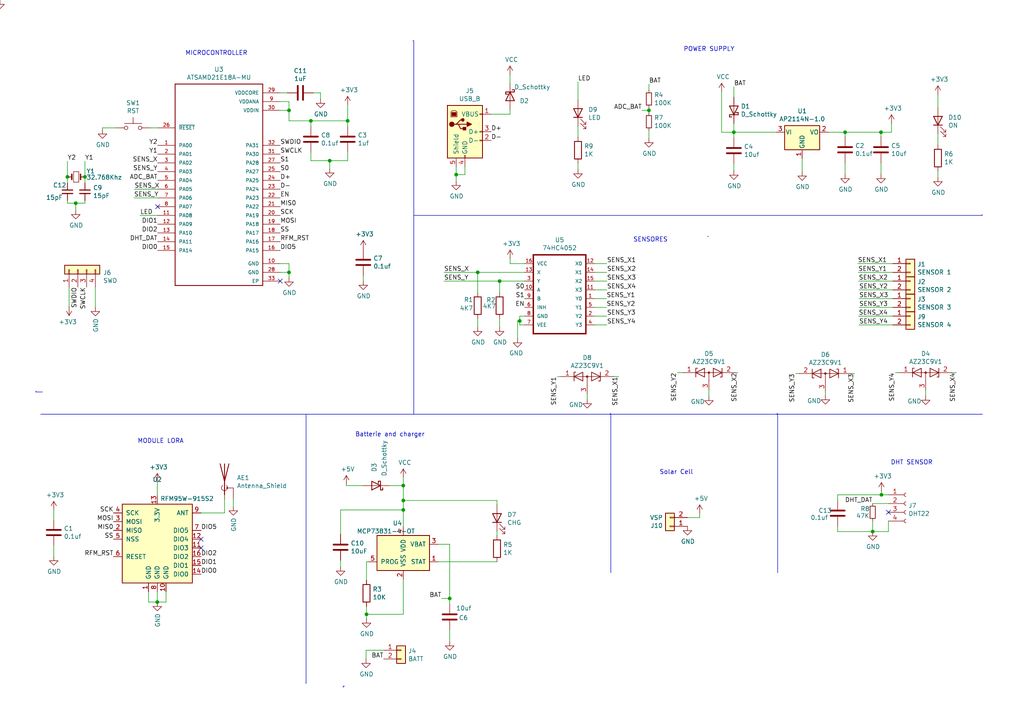
<source format=kicad_sch>
(kicad_sch (version 20230121) (generator eeschema)
  (paper "A4")
  (title_block (title "CatWAN") (date "2020-06-15") (rev "1.0") (company "Electronic Cats") (comment 1 "Montserrat Figueroa") (comment 2 "Andres Sabas"))
  (lib_symbols
    (symbol "Catwan_Farmer-rescue:+3.3V-power" (power) (pin_names (offset 0))
      (property "Value" "+3.3V-power" (at 0 3.556 0))
      (symbol "+3.3V-power_1_1"
        (pin power_in line (at 0 0 90) (length 0) hide (name "+3V3") (number "1"))
      )
    )
    (symbol "Catwan_Farmer-rescue:74HC4052-Electronic_Cats-Catwan_Farmer-rescue-Catwan_Farmer-rescue-Catwan_Farmer-rescue-Catwan_Farmer-rescue-Catwan_Farmer-rescue" (pin_names (offset 1.016))
      (property "Reference" "U" (at -7.62 10.795 0))
      (property "Value" "Catwan_Farmer-rescue_74HC4052-Electronic_Cats-Catwan_Farmer-rescue-Catwan_Farmer-rescue-Catwan_Farmer-rescue-Catwan_Farmer-rescue" (at -7.62 -15.2654 0))
      (symbol "74HC4052-Electronic_Cats-Catwan_Farmer-rescue-Catwan_Farmer-rescue-Catwan_Farmer-rescue-Catwan_Farmer-rescue-Catwan_Farmer-rescue_0_0"
        (pin bidirectional line (at 10.16 -2.54 180) (length 2.54) (name "Y0") (number "1"))
        (pin input line (at -10.16 0 0) (length 2.54) (name "A") (number "10"))
        (pin bidirectional line (at 10.16 0 180) (length 2.54) (name "X3") (number "11"))
        (pin bidirectional line (at 10.16 7.62 180) (length 2.54) (name "X0") (number "12"))
        (pin bidirectional line (at -10.16 5.08 0) (length 2.54) (name "X") (number "13"))
        (pin bidirectional line (at 10.16 5.08 180) (length 2.54) (name "X1") (number "14"))
        (pin bidirectional line (at 10.16 2.54 180) (length 2.54) (name "X2") (number "15"))
        (pin power_in line (at -10.16 7.62 0) (length 2.54) (name "VCC") (number "16"))
        (pin bidirectional line (at 10.16 -7.62 180) (length 2.54) (name "Y2") (number "2"))
        (pin bidirectional line (at -10.16 2.54 0) (length 2.54) (name "Y") (number "3"))
        (pin bidirectional line (at 10.16 -10.16 180) (length 2.54) (name "Y3") (number "4"))
        (pin bidirectional line (at 10.16 -5.08 180) (length 2.54) (name "Y1") (number "5"))
        (pin input line (at -10.16 -5.08 0) (length 2.54) (name "INH") (number "6"))
        (pin power_in line (at -10.16 -10.16 0) (length 2.54) (name "VEE") (number "7"))
        (pin power_in line (at -10.16 -7.62 0) (length 2.54) (name "GND") (number "8"))
        (pin input line (at -10.16 -2.54 0) (length 2.54) (name "B") (number "9"))
      )
    )
    (symbol "Catwan_Farmer-rescue:ATSAMD21E18A-MU-Electronic_Cats-Catwan_Farmer-rescue-Catwan_Farmer-rescue-Catwan_Farmer-rescue-Catwan_Farmer-rescue-Catwan_Farmer-rescue" (pin_names (offset 1.016))
      (property "Reference" "U" (at -12.7 31.7754 0))
      (property "Value" "Catwan_Farmer-rescue_ATSAMD21E18A-MU-Electronic_Cats-Catwan_Farmer-rescue-Catwan_Farmer-rescue-Catwan_Farmer-rescue-Catwan_Farmer-rescue" (at -12.7254 -30.5308 0))
      (symbol "ATSAMD21E18A-MU-Electronic_Cats-Catwan_Farmer-rescue-Catwan_Farmer-rescue-Catwan_Farmer-rescue-Catwan_Farmer-rescue-Catwan_Farmer-rescue_0_0"
        (pin bidirectional line (at -17.78 12.7 0) (length 5.08) (name "PA00") (number "1"))
        (pin power_in line (at 17.78 -21.59 180) (length 5.08) (name "GND") (number "10"))
        (pin bidirectional line (at -17.78 -7.62 0) (length 5.08) (name "PA08") (number "11"))
        (pin bidirectional line (at -17.78 -10.16 0) (length 5.08) (name "PA09") (number "12"))
        (pin bidirectional line (at -17.78 -12.7 0) (length 5.08) (name "PA10") (number "13"))
        (pin bidirectional line (at -17.78 -15.24 0) (length 5.08) (name "PA11") (number "14"))
        (pin bidirectional line (at -17.78 -17.78 0) (length 5.08) (name "PA14") (number "15"))
        (pin bidirectional line (at 17.78 -17.78 180) (length 5.08) (name "PA15") (number "16"))
        (pin bidirectional line (at 17.78 -15.24 180) (length 5.08) (name "PA16") (number "17"))
        (pin bidirectional line (at 17.78 -12.7 180) (length 5.08) (name "PA17") (number "18"))
        (pin bidirectional line (at 17.78 -10.16 180) (length 5.08) (name "PA18") (number "19"))
        (pin bidirectional line (at -17.78 10.16 0) (length 5.08) (name "PA01") (number "2"))
        (pin bidirectional line (at 17.78 -7.62 180) (length 5.08) (name "PA19") (number "20"))
        (pin bidirectional line (at 17.78 -5.08 180) (length 5.08) (name "PA22") (number "21"))
        (pin bidirectional line (at 17.78 -2.54 180) (length 5.08) (name "PA23") (number "22"))
        (pin bidirectional line (at 17.78 0 180) (length 5.08) (name "PA24") (number "23"))
        (pin bidirectional line (at 17.78 2.54 180) (length 5.08) (name "PA25") (number "24"))
        (pin bidirectional line (at 17.78 5.08 180) (length 5.08) (name "PA27") (number "25"))
        (pin input line (at -17.78 17.78 0) (length 5.08) (name "~{RESET}") (number "26"))
        (pin bidirectional line (at 17.78 7.62 180) (length 5.08) (name "PA28") (number "27"))
        (pin power_in line (at 17.78 -24.13 180) (length 5.08) (name "GND") (number "28"))
        (pin power_in line (at 17.78 27.94 180) (length 5.08) (name "VDDCORE") (number "29"))
        (pin bidirectional line (at -17.78 7.62 0) (length 5.08) (name "PA02") (number "3"))
        (pin power_in line (at 17.78 22.86 180) (length 5.08) (name "VDDIN") (number "30"))
        (pin bidirectional line (at 17.78 10.16 180) (length 5.08) (name "PA30") (number "31"))
        (pin bidirectional line (at 17.78 12.7 180) (length 5.08) (name "PA31") (number "32"))
        (pin power_in line (at 17.78 -26.67 180) (length 5.08) (name "EP") (number "33"))
        (pin bidirectional line (at -17.78 5.08 0) (length 5.08) (name "PA03") (number "4"))
        (pin bidirectional line (at -17.78 2.54 0) (length 5.08) (name "PA04") (number "5"))
        (pin bidirectional line (at -17.78 0 0) (length 5.08) (name "PA05") (number "6"))
        (pin bidirectional line (at -17.78 -2.54 0) (length 5.08) (name "PA06") (number "7"))
        (pin bidirectional line (at -17.78 -5.08 0) (length 5.08) (name "PA07") (number "8"))
        (pin power_in line (at 17.78 25.4 180) (length 5.08) (name "VDDANA") (number "9"))
      )
    )
    (symbol "Catwan_Farmer-rescue:Conn_01x04_Female-Connector" (pin_names (offset 1.016) hide)
      (property "Reference" "J" (at 0 5.08 0))
      (property "Value" "Connector_Conn_01x04_Female" (at 0 -7.62 0))
      (symbol "Conn_01x04_Female-Connector_1_1"
        (pin passive line (at -5.08 2.54 0) (length 3.81) (name "Pin_1") (number "1"))
        (pin passive line (at -5.08 0 0) (length 3.81) (name "Pin_2") (number "2"))
        (pin passive line (at -5.08 -2.54 0) (length 3.81) (name "Pin_3") (number "3"))
        (pin passive line (at -5.08 -5.08 0) (length 3.81) (name "Pin_4") (number "4"))
      )
    )
    (symbol "Catwan_Farmer-rescue:D_Zener_x2_ACom_KKA-Device" (pin_names (offset 0.762) hide)
      (property "Reference" "D" (at 1.27 -2.54 0))
      (property "Value" "Device_D_Zener_x2_ACom_KKA" (at 0 2.54 0))
      (symbol "D_Zener_x2_ACom_KKA-Device_0_1"
        (pin passive line (at -7.62 0 0) (length 3.81) (name "K") (number "1"))
        (pin passive line (at 7.62 0 180) (length 3.81) (name "K") (number "2"))
        (pin passive line (at 0 -5.08 90) (length 2.54) (name "A") (number "3"))
      )
    )
    (symbol "Catwan_Farmer-rescue:MCP73831-4-OT-Battery_Management" (pin_names (offset 1.016))
      (property "Reference" "U" (at -7.62 6.35 0))
      (property "Value" "Battery_Management_MCP73831-4-OT" (at 1.27 6.35 0))
      (symbol "MCP73831-4-OT-Battery_Management_1_1"
        (pin output line (at 10.16 -2.54 180) (length 2.54) (name "STAT") (number "1"))
        (pin power_in line (at 0 -7.62 90) (length 2.54) (name "VSS") (number "2"))
        (pin power_out line (at 10.16 2.54 180) (length 2.54) (name "VBAT") (number "3"))
        (pin power_in line (at 0 7.62 270) (length 2.54) (name "VDD") (number "4"))
        (pin input line (at -10.16 -2.54 0) (length 2.54) (name "PROG") (number "5"))
      )
    )
    (symbol "Catwan_Farmer-rescue:USB_B-Connector" (pin_names (offset 1.016))
      (property "Reference" "J" (at -5.08 11.43 0))
      (property "Value" "Connector_USB_B" (at -5.08 8.89 0))
      (symbol "USB_B-Connector_1_1"
        (pin power_out line (at 7.62 5.08 180) (length 2.54) (name "VBUS") (number "1"))
        (pin passive line (at 7.62 -2.54 180) (length 2.54) (name "D-") (number "2"))
        (pin passive line (at 7.62 0 180) (length 2.54) (name "D+") (number "3"))
        (pin power_out line (at 0 -10.16 90) (length 2.54) (name "GND") (number "4"))
        (pin passive line (at -2.54 -10.16 90) (length 2.54) (name "Shield") (number "5"))
      )
    )
    (symbol "Connector_Generic:Conn_01x02" (pin_names (offset 1.016) hide)
      (property "Reference" "J" (at 0 2.54 0))
      (property "Value" "Conn_01x02" (at 0 -5.08 0))
      (symbol "Conn_01x02_1_1"
        (pin passive line (at -5.08 0 0) (length 3.81) (name "Pin_1") (number "1"))
        (pin passive line (at -5.08 -2.54 0) (length 3.81) (name "Pin_2") (number "2"))
      )
    )
    (symbol "Connector_Generic:Conn_01x04" (pin_names (offset 1.016) hide)
      (property "Reference" "J" (at 0 5.08 0))
      (property "Value" "Conn_01x04" (at 0 -7.62 0))
      (symbol "Conn_01x04_1_1"
        (pin passive line (at -5.08 2.54 0) (length 3.81) (name "Pin_1") (number "1"))
        (pin passive line (at -5.08 0 0) (length 3.81) (name "Pin_2") (number "2"))
        (pin passive line (at -5.08 -2.54 0) (length 3.81) (name "Pin_3") (number "3"))
        (pin passive line (at -5.08 -5.08 0) (length 3.81) (name "Pin_4") (number "4"))
      )
    )
    (symbol "Device:Antenna_Shield" (pin_numbers hide) (pin_names (offset 1.016) hide)
      (property "Reference" "AE" (at -1.905 4.445 0))
      (property "Value" "Antenna_Shield" (at -1.905 2.54 0))
      (symbol "Antenna_Shield_1_1"
        (pin input line (at 0 -5.08 90) (length 2.54) (name "A") (number "1"))
        (pin input line (at 2.54 -5.08 90) (length 2.54) (name "Shield") (number "2"))
      )
    )
    (symbol "Device:C" (pin_numbers hide) (pin_names (offset 0.254))
      (property "Reference" "C" (at 0.635 2.54 0))
      (property "Value" "C" (at 0.635 -2.54 0))
      (symbol "C_1_1"
        (pin passive line (at 0 3.81 270) (length 2.794) (name "~") (number "1"))
        (pin passive line (at 0 -3.81 90) (length 2.794) (name "~") (number "2"))
      )
    )
    (symbol "Device:C_Small" (pin_numbers hide) (pin_names (offset 0.254) hide)
      (property "Reference" "C" (at 0.254 1.778 0))
      (property "Value" "C_Small" (at 0.254 -2.032 0))
      (symbol "C_Small_1_1"
        (pin passive line (at 0 2.54 270) (length 2.032) (name "~") (number "1"))
        (pin passive line (at 0 -2.54 90) (length 2.032) (name "~") (number "2"))
      )
    )
    (symbol "Device:Crystal_Small" (pin_numbers hide) (pin_names (offset 1.016) hide)
      (property "Reference" "Y" (at 0 2.54 0))
      (property "Value" "Crystal_Small" (at 0 -2.54 0))
      (symbol "Crystal_Small_1_1"
        (pin passive line (at -2.54 0 0) (length 1.27) (name "1") (number "1"))
        (pin passive line (at 2.54 0 180) (length 1.27) (name "2") (number "2"))
      )
    )
    (symbol "Device:D_Schottky" (pin_numbers hide) (pin_names (offset 1.016) hide)
      (property "Reference" "D" (at 0 2.54 0))
      (property "Value" "D_Schottky" (at 0 -2.54 0))
      (symbol "D_Schottky_1_1"
        (pin passive line (at -3.81 0 0) (length 2.54) (name "K") (number "1"))
        (pin passive line (at 3.81 0 180) (length 2.54) (name "A") (number "2"))
      )
    )
    (symbol "Device:LED" (pin_numbers hide) (pin_names (offset 1.016) hide)
      (property "Reference" "D" (at 0 2.54 0))
      (property "Value" "LED" (at 0 -2.54 0))
      (symbol "LED_1_1"
        (pin passive line (at -3.81 0 0) (length 2.54) (name "K") (number "1"))
        (pin passive line (at 3.81 0 180) (length 2.54) (name "A") (number "2"))
      )
    )
    (symbol "Device:R" (pin_numbers hide) (pin_names (offset 0))
      (property "Reference" "R" (at 2.032 0 90))
      (property "Value" "R" (at 0 0 90))
      (symbol "R_1_1"
        (pin passive line (at 0 3.81 270) (length 1.27) (name "~") (number "1"))
        (pin passive line (at 0 -3.81 90) (length 1.27) (name "~") (number "2"))
      )
    )
    (symbol "Device:R_Small" (pin_numbers hide) (pin_names (offset 0.254) hide)
      (property "Reference" "R" (at 0.762 0.508 0))
      (property "Value" "R_Small" (at 0.762 -1.016 0))
      (symbol "R_Small_1_1"
        (pin passive line (at 0 2.54 270) (length 0.762) (name "~") (number "1"))
        (pin passive line (at 0 -2.54 90) (length 0.762) (name "~") (number "2"))
      )
    )
    (symbol "RF_Module:RFM95W-915S2" (pin_names (offset 1.016))
      (property "Reference" "U" (at -10.414 11.684 0))
      (property "Value" "RFM95W-915S2" (at 1.524 11.43 0))
      (symbol "RFM95W-915S2_1_1"
        (pin power_in line (at -2.54 -15.24 90) (length 2.54) (name "GND") (number "1"))
        (pin power_in line (at 2.54 -15.24 90) (length 2.54) (name "GND") (number "10"))
        (pin bidirectional line (at 12.7 -2.54 180) (length 2.54) (name "DIO3") (number "11"))
        (pin bidirectional line (at 12.7 0 180) (length 2.54) (name "DIO4") (number "12"))
        (pin power_in line (at 0 12.7 270) (length 2.54) (name "3.3V") (number "13"))
        (pin bidirectional line (at 12.7 -10.16 180) (length 2.54) (name "DIO0") (number "14"))
        (pin bidirectional line (at 12.7 -7.62 180) (length 2.54) (name "DIO1") (number "15"))
        (pin bidirectional line (at 12.7 -5.08 180) (length 2.54) (name "DIO2") (number "16"))
        (pin output line (at -12.7 2.54 0) (length 2.54) (name "MISO") (number "2"))
        (pin input line (at -12.7 5.08 0) (length 2.54) (name "MOSI") (number "3"))
        (pin input line (at -12.7 7.62 0) (length 2.54) (name "SCK") (number "4"))
        (pin input line (at -12.7 0 0) (length 2.54) (name "NSS") (number "5"))
        (pin bidirectional line (at -12.7 -5.08 0) (length 2.54) (name "RESET") (number "6"))
        (pin bidirectional line (at 12.7 2.54 180) (length 2.54) (name "DIO5") (number "7"))
        (pin power_in line (at 0 -15.24 90) (length 2.54) (name "GND") (number "8"))
        (pin bidirectional line (at 12.7 7.62 180) (length 2.54) (name "ANT") (number "9"))
      )
    )
    (symbol "Regulator_Linear:AP2127N-1.0" (pin_names (offset 0.254))
      (property "Reference" "U" (at -3.81 3.175 0))
      (property "Value" "AP2127N-1.0" (at 0 3.175 0))
      (symbol "AP2127N-1.0_1_1"
        (pin power_in line (at 0 -7.62 90) (length 2.54) (name "GND") (number "1"))
        (pin power_out line (at 7.62 0 180) (length 2.54) (name "VO") (number "2"))
        (pin power_in line (at -7.62 0 0) (length 2.54) (name "VI") (number "3"))
      )
    )
    (symbol "Switch:SW_Push" (pin_numbers hide) (pin_names (offset 1.016) hide)
      (property "Reference" "SW" (at 1.27 2.54 0))
      (property "Value" "SW_Push" (at 0 -1.524 0))
      (symbol "SW_Push_0_1"
        (pin passive line (at -5.08 0 0) (length 2.54) (name "1") (number "1"))
        (pin passive line (at 5.08 0 180) (length 2.54) (name "2") (number "2"))
      )
    )
    (symbol "power:+5V" (power) (pin_names (offset 0))
      (property "Value" "+5V" (at 0 3.556 0))
      (symbol "+5V_1_1"
        (pin power_in line (at 0 0 90) (length 0) hide (name "+5V") (number "1"))
      )
    )
    (symbol "power:GND" (power) (pin_names (offset 0))
      (property "Value" "GND" (at 0 -3.81 0))
      (symbol "GND_1_1"
        (pin power_in line (at 0 0 270) (length 0) hide (name "GND") (number "1"))
      )
    )
    (symbol "power:VCC" (power) (pin_names (offset 0))
      (property "Value" "VCC" (at 0 3.81 0))
      (symbol "VCC_1_1"
        (pin power_in line (at 0 0 90) (length 0) hide (name "VCC") (number "1"))
      )
    )
  )
  (junction (at 21.971 58.928))
  (junction (at 83.82 78.994))
  (junction (at 188.214 32.004))
  (junction (at 19.558 51.308))
  (junction (at 95.631 46.609))
  (junction (at 90.17 35.052))
  (junction (at 255.524 38.354))
  (junction (at 130.429 173.5836))
  (junction (at 132.3086 50.6476))
  (junction (at 24.638 51.308))
  (junction (at 212.852 38.354))
  (junction (at 144.907 81.534))
  (junction (at 253.111 154.178))
  (junction (at 106.299 178.181))
  (junction (at 150.749 93.091))
  (junction (at 45.6184 174.625))
  (junction (at 116.967 145.161))
  (junction (at 83.82 32.004))
  (junction (at 100.838 35.052))
  (junction (at 138.557 78.994))
  (junction (at 116.967 140.843))
  (junction (at 245.11 38.354))
  (junction (at 255.651 143.51))
  (junction (at 116.967 147.9042))
  (no_connect (at 45.72 59.944))
  (no_connect (at 257.683 148.59))
  (no_connect (at 58.3184 156.3878))
  (no_connect (at 58.3184 158.9278))
  (no_connect (at 81.28 81.534))
  (wire (pts (xy 172.466 86.614) (xy 175.895 86.614)))
  (wire (pts (xy 188.214 32.004) (xy 186.182 32.004)))
  (wire (pts (xy 255.651 142.494) (xy 255.651 143.51)))
  (wire (pts (xy 272.034 42.037) (xy 272.034 38.8366)))
  (wire (pts (xy 83.82 76.454) (xy 83.82 78.994)))
  (wire (pts (xy 172.466 78.994) (xy 176.022 78.994)))
  (wire (pts (xy 258.572 35.814) (xy 258.572 38.354)))
  (wire (pts (xy 258.953 91.694) (xy 249.047 91.694)))
  (wire (pts (xy 172.466 94.234) (xy 176.022 94.234)))
  (wire (pts (xy 138.557 78.994) (xy 128.778 78.994)))
  (wire (pts (xy 152.146 91.694) (xy 150.749 91.694)))
  (wire (pts (xy 100.838 46.609) (xy 100.838 44.196)))
  (wire (pts (xy 177.927 109.22) (xy 179.451 109.22)))
  (wire (pts (xy 255.651 143.51) (xy 257.683 143.51)))
  (wire (pts (xy 172.466 76.454) (xy 176.022 76.454)))
  (wire (pts (xy 212.852 38.354) (xy 209.296 38.354)))
  (wire (pts (xy 29.718 37.592) (xy 29.718 37.084)))
  (polyline (pts (xy 177.165 120.015) (xy 176.911 120.015)))
  (wire (pts (xy 276.098 108.077) (xy 277.368 108.077)))
  (wire (pts (xy 167.64 39.751) (xy 167.64 36.576)))
  (wire (pts (xy 144.907 81.534) (xy 128.778 81.534)))
  (wire (pts (xy 83.82 29.464) (xy 83.82 32.004)))
  (wire (pts (xy 144.145 146.431) (xy 144.145 145.161)))
  (wire (pts (xy 21.971 58.928) (xy 19.558 58.928)))
  (wire (pts (xy 144.907 92.456) (xy 144.907 94.869)))
  (wire (pts (xy 19.558 58.928) (xy 19.558 58.166)))
  (polyline (pts (xy 284.861 62.484) (xy 284.861 62.23)))
  (wire (pts (xy 132.3086 48.3616) (xy 132.3086 50.6476)))
  (wire (pts (xy 43.0784 174.625) (xy 45.6184 174.625)))
  (wire (pts (xy 268.478 114.808) (xy 268.478 113.157)))
  (wire (pts (xy 257.683 151.13) (xy 257.683 154.178)))
  (wire (pts (xy 242.951 152.654) (xy 242.951 154.178)))
  (wire (pts (xy 95.631 46.609) (xy 100.838 46.609)))
  (wire (pts (xy 245.11 47.244) (xy 245.11 50.546)))
  (wire (pts (xy 150.749 93.091) (xy 150.749 94.234)))
  (wire (pts (xy 142.4686 33.1216) (xy 147.9296 33.1216)))
  (wire (pts (xy 242.951 143.51) (xy 242.951 145.034)))
  (wire (pts (xy 152.146 76.454) (xy 147.955 76.454)))
  (wire (pts (xy 116.967 138.557) (xy 116.967 140.843)))
  (wire (pts (xy 43.0784 171.6278) (xy 43.0784 174.625)))
  (wire (pts (xy 90.932 26.924) (xy 92.964 26.924)))
  (wire (pts (xy 138.557 84.836) (xy 138.557 78.994)))
  (wire (pts (xy 212.852 39.878) (xy 212.852 38.354)))
  (wire (pts (xy 24.638 58.928) (xy 21.971 58.928)))
  (wire (pts (xy 106.299 178.181) (xy 106.299 179.451)))
  (wire (pts (xy 24.638 51.308) (xy 24.638 46.736)))
  (wire (pts (xy 253.111 151.13) (xy 253.111 154.178)))
  (wire (pts (xy 240.284 38.354) (xy 245.11 38.354)))
  (polyline (pts (xy 177.165 166.116) (xy 177.165 120.015)))
  (wire (pts (xy 188.214 37.846) (xy 188.214 40.132)))
  (wire (pts (xy 225.044 38.354) (xy 212.852 38.354)))
  (wire (pts (xy 81.28 26.924) (xy 83.312 26.924)))
  (wire (pts (xy 15.5956 147.955) (xy 15.5956 150.6474)))
  (wire (pts (xy 188.214 32.004) (xy 188.214 32.766)))
  (wire (pts (xy 130.429 182.753) (xy 130.429 186.055)))
  (wire (pts (xy 152.146 81.534) (xy 144.907 81.534)))
  (wire (pts (xy 127.127 157.861) (xy 130.429 157.861)))
  (wire (pts (xy 81.28 78.994) (xy 83.82 78.994)))
  (wire (pts (xy 150.114 93.091) (xy 150.749 93.091)))
  (wire (pts (xy 197.993 108.077) (xy 196.469 108.077)))
  (wire (pts (xy 130.429 175.133) (xy 130.429 173.5836)))
  (wire (pts (xy 258.953 89.154) (xy 249.174 89.154)))
  (wire (pts (xy 106.299 162.941) (xy 106.299 168.275)))
  (wire (pts (xy 106.807 162.941) (xy 106.299 162.941)))
  (wire (pts (xy 132.3086 50.6476) (xy 132.3086 52.5272)))
  (wire (pts (xy 105.3592 79.9084) (xy 105.3592 81.4578)))
  (wire (pts (xy 167.64 47.371) (xy 167.64 49.149)))
  (wire (pts (xy 188.214 26.162) (xy 188.214 24.384)))
  (wire (pts (xy 81.28 32.004) (xy 83.82 32.004)))
  (wire (pts (xy 38.862 57.404) (xy 45.72 57.404)))
  (wire (pts (xy 138.557 92.456) (xy 138.557 94.869)))
  (wire (pts (xy 24.638 58.166) (xy 24.638 58.928)))
  (wire (pts (xy 15.5956 158.2674) (xy 15.5956 161.3662)))
  (wire (pts (xy 258.953 76.454) (xy 248.793 76.454)))
  (wire (pts (xy 212.852 35.814) (xy 212.852 38.354)))
  (polyline (pts (xy 99.8982 199.009) (xy 99.5426 199.009)))
  (wire (pts (xy 134.8486 48.3616) (xy 134.8486 50.6476)))
  (wire (pts (xy 29.718 37.084) (xy 33.528 37.084)))
  (wire (pts (xy 144.145 162.941) (xy 127.127 162.941)))
  (wire (pts (xy 205.613 114.935) (xy 205.613 113.157)))
  (wire (pts (xy 188.214 31.242) (xy 188.214 32.004)))
  (wire (pts (xy 106.299 175.895) (xy 106.299 178.181)))
  (wire (pts (xy 45.6184 139.8778) (xy 45.6184 143.6878)))
  (wire (pts (xy 21.971 60.96) (xy 21.971 58.928)))
  (wire (pts (xy 98.7806 147.9042) (xy 98.7806 154.9146)))
  (wire (pts (xy 212.852 25.146) (xy 212.852 28.194)))
  (wire (pts (xy 67.6656 144.7038) (xy 67.6656 146.8882)))
  (wire (pts (xy 255.524 47.244) (xy 255.524 50.546)))
  (wire (pts (xy 116.967 178.181) (xy 106.299 178.181)))
  (wire (pts (xy 147.9296 31.75) (xy 147.9296 33.1216)))
  (wire (pts (xy 130.429 157.861) (xy 130.429 173.5836)))
  (polyline (pts (xy 88.773 120.269) (xy 88.773 198.12)))
  (wire (pts (xy 258.953 86.614) (xy 249.174 86.614)))
  (wire (pts (xy 116.967 147.9042) (xy 116.967 152.781)))
  (wire (pts (xy 112.903 140.843) (xy 116.967 140.843)))
  (polyline (pts (xy 225.552 120.015) (xy 225.298 120.015)))
  (wire (pts (xy 48.1584 174.625) (xy 45.6184 174.625)))
  (wire (pts (xy 260.858 108.077) (xy 259.715 108.077)))
  (polyline (pts (xy 10.414 113.6904) (xy 12.3444 113.6904)))
  (wire (pts (xy 100.457 140.843) (xy 105.283 140.843)))
  (wire (pts (xy 232.664 45.974) (xy 232.664 49.784)))
  (wire (pts (xy 172.466 91.694) (xy 176.022 91.694)))
  (wire (pts (xy 116.967 147.9042) (xy 98.7806 147.9042)))
  (wire (pts (xy 90.17 46.609) (xy 95.631 46.609)))
  (wire (pts (xy 213.233 108.077) (xy 213.995 108.077)))
  (wire (pts (xy 258.953 81.534) (xy 249.047 81.534)))
  (polyline (pts (xy 10.414 113.3856) (xy 10.414 113.6904)))
  (wire (pts (xy 257.683 154.178) (xy 253.111 154.178)))
  (wire (pts (xy 90.17 36.576) (xy 90.17 35.052)))
  (wire (pts (xy 45.6184 171.6278) (xy 45.6184 174.625)))
  (wire (pts (xy 245.11 38.354) (xy 255.524 38.354)))
  (wire (pts (xy 43.688 37.084) (xy 45.72 37.084)))
  (wire (pts (xy 92.964 26.924) (xy 92.964 28.702)))
  (wire (pts (xy 172.466 89.154) (xy 175.895 89.154)))
  (wire (pts (xy 239.395 113.411) (xy 239.395 114.681)))
  (wire (pts (xy 144.145 154.051) (xy 144.145 155.321)))
  (wire (pts (xy 242.951 154.178) (xy 253.111 154.178)))
  (wire (pts (xy 83.82 78.994) (xy 83.82 80.518)))
  (wire (pts (xy 134.8486 50.6476) (xy 132.3086 50.6476)))
  (wire (pts (xy 98.7806 162.5346) (xy 98.7806 164.3634)))
  (wire (pts (xy 100.838 35.052) (xy 100.838 36.576)))
  (wire (pts (xy 150.114 98.171) (xy 150.114 93.091)))
  (wire (pts (xy 19.558 51.308) (xy 19.558 53.086)))
  (wire (pts (xy 106.172 191.135) (xy 106.172 188.595)))
  (wire (pts (xy 100.457 140.843) (xy 100.457 140.462)))
  (wire (pts (xy 20.0406 83.2866) (xy 20.0406 88.9762)))
  (wire (pts (xy 172.466 81.534) (xy 176.022 81.534)))
  (wire (pts (xy 255.651 143.51) (xy 242.951 143.51)))
  (polyline (pts (xy 284.988 120.142) (xy 11.811 120.142)))
  (wire (pts (xy 106.172 188.595) (xy 111.252 188.595)))
  (wire (pts (xy 147.955 76.454) (xy 147.955 75.057)))
  (polyline (pts (xy 225.552 166.116) (xy 225.552 120.015)))
  (wire (pts (xy 24.638 51.308) (xy 24.638 53.086)))
  (polyline (pts (xy 205.486 68.58) (xy 205.232 68.58)))
  (wire (pts (xy 247.015 108.331) (xy 247.904 108.331)))
  (wire (pts (xy 258.953 84.074) (xy 249.174 84.074)))
  (wire (pts (xy 258.953 94.234) (xy 249.174 94.234)))
  (wire (pts (xy 65.1256 144.7038) (xy 65.1256 148.7678)))
  (wire (pts (xy 258.953 78.994) (xy 248.92 78.994)))
  (wire (pts (xy 212.852 47.498) (xy 212.852 49.53)))
  (polyline (pts (xy 120.015 11.811) (xy 119.761 11.811)))
  (wire (pts (xy 27.6606 83.2866) (xy 27.6606 89.0778)))
  (wire (pts (xy 147.9296 21.6916) (xy 147.9296 24.13)))
  (wire (pts (xy 255.524 39.624) (xy 255.524 38.354)))
  (wire (pts (xy 19.558 51.308) (xy 19.558 46.736)))
  (wire (pts (xy 245.11 39.624) (xy 245.11 38.354)))
  (wire (pts (xy 144.145 145.161) (xy 116.967 145.161)))
  (wire (pts (xy 83.82 32.004) (xy 83.82 35.052)))
  (wire (pts (xy 231.775 108.331) (xy 230.759 108.331)))
  (wire (pts (xy 90.17 35.052) (xy 100.838 35.052)))
  (polyline (pts (xy 99.5426 199.009) (xy 99.5426 199.3646)))
  (wire (pts (xy 150.749 94.234) (xy 152.146 94.234)))
  (wire (pts (xy 272.034 31.2166) (xy 272.034 27.4066)))
  (polyline (pts (xy 120.015 120.015) (xy 120.015 11.811)))
  (wire (pts (xy 150.749 91.694) (xy 150.749 93.091)))
  (wire (pts (xy 172.466 84.074) (xy 176.022 84.074)))
  (wire (pts (xy 209.296 38.354) (xy 209.296 26.67)))
  (wire (pts (xy 152.146 78.994) (xy 138.557 78.994)))
  (wire (pts (xy 116.967 145.161) (xy 116.967 147.9042)))
  (wire (pts (xy 90.17 44.196) (xy 90.17 46.609)))
  (wire (pts (xy 116.967 168.021) (xy 116.967 178.181)))
  (wire (pts (xy 255.524 38.354) (xy 258.572 38.354)))
  (wire (pts (xy 257.683 146.05) (xy 253.111 146.05)))
  (polyline (pts (xy 88.773 198.12) (xy 88.646 198.12)))
  (wire (pts (xy 144.907 84.836) (xy 144.907 81.534)))
  (wire (pts (xy 128.0668 173.5836) (xy 130.429 173.5836)))
  (wire (pts (xy 170.307 115.824) (xy 170.307 114.3)))
  (wire (pts (xy 95.631 48.895) (xy 95.631 46.609)))
  (wire (pts (xy 272.034 49.657) (xy 272.034 51.435)))
  (wire (pts (xy 45.72 62.484) (xy 40.64 62.484)))
  (wire (pts (xy 45.72 54.864) (xy 38.989 54.864)))
  (wire (pts (xy 116.967 140.843) (xy 116.967 145.161)))
  (wire (pts (xy 167.64 28.956) (xy 167.64 23.749)))
  (wire (pts (xy 202.946 150.114) (xy 202.946 148.971)))
  (polyline (pts (xy 120.015 62.484) (xy 284.861 62.484)))
  (wire (pts (xy 199.39 150.114) (xy 202.946 150.114)))
  (wire (pts (xy 58.3184 148.7678) (xy 65.1256 148.7678)))
  (wire (pts (xy 81.28 76.454) (xy 83.82 76.454)))
  (wire (pts (xy 48.1584 174.625) (xy 48.1584 171.6278)))
  (wire (pts (xy 100.838 30.48) (xy 100.838 35.052)))
  (wire (pts (xy 81.28 29.464) (xy 83.82 29.464)))
  (wire (pts (xy 83.82 35.052) (xy 90.17 35.052)))
  (wire (pts (xy 162.687 109.22) (xy 161.671 109.22)))
  (text "MODULE LORA\n" (at 39.878 128.778 0) (effects (font (size 1.27 1.27)) (justify left bottom)))
  (text "DHT SENSOR\n" (at 258.318 135.001 0) (effects (font (size 1.27 1.27)) (justify left bottom)))
  (text "SENSORES\n" (at 183.642 70.358 0) (effects (font (size 1.27 1.27)) (justify left bottom)))
  (text "MICROCONTROLLER " (at 53.721 16.256 0) (effects (font (size 1.27 1.27)) (justify left bottom)))
  (text "Batterie and charger" (at 102.997 126.873 0) (effects (font (size 1.27 1.27)) (justify left bottom)))
  (text "Solar Cell" (at 191.262 137.795 0) (effects (font (size 1.27 1.27)) (justify left bottom)))
  (text "POWER SUPPLY" (at 198.247 15.113 0) (effects (font (size 1.27 1.27)) (justify left bottom)))
  (label "Y2" (at 19.558 46.736 0))
  (label "DIO5" (at 58.3184 153.8478 0))
  (label "D-" (at 142.4686 40.7416 0))
  (label "SENS_Y2" (at 175.895 89.154 0))
  (label "SS" (at 32.9184 156.3878 180))
  (label "SS" (at 81.28 67.564 0))
  (label "SWCLK" (at 25.1206 83.2866 270))
  (label "DIO1" (at 58.3184 164.0078 0))
  (label "RFM_RST" (at 32.9184 161.4678 180))
  (label "SENS_X1" (at 179.451 109.22 270))
  (label "LED" (at 40.64 62.484 0))
  (label "DIO5" (at 81.28 72.644 0))
  (label "Y2" (at 45.72 42.164 180))
  (label "SENS_X3" (at 176.022 81.534 0))
  (label "SENS_X2" (at 213.995 108.077 270))
  (label "DHT_DAT" (at 45.72 70.104 180))
  (label "DHT_DAT" (at 253.111 146.05 180))
  (label "LED" (at 167.64 23.749 0))
  (label "EN" (at 152.146 89.154 180))
  (label "DIO0" (at 58.3184 166.5478 0))
  (label "SWDIO" (at 22.5806 83.2866 270))
  (label "SENS_Y2" (at 249.174 84.074 0))
  (label "SENS_X" (at 45.72 47.244 180))
  (label "SENS_Y1" (at 248.92 78.994 0))
  (label "SENS_X4" (at 176.022 84.074 0))
  (label "SENS_Y3" (at 249.174 89.154 0))
  (label "SENS_Y" (at 38.862 57.404 0))
  (label "SWCLK" (at 81.28 44.704 0))
  (label "S1" (at 81.28 47.244 0))
  (label "D-" (at 81.28 54.864 0))
  (label "MIS0" (at 32.9184 153.8478 180))
  (label "DIO1" (at 45.72 65.024 180))
  (label "SENS_Y4" (at 249.174 94.234 0))
  (label "SENS_X1" (at 248.793 76.454 0))
  (label "S0" (at 152.146 84.074 180))
  (label "SENS_X1" (at 176.022 76.454 0))
  (label "BAT" (at 212.852 25.146 0))
  (label "SENS_Y4" (at 176.022 94.234 0))
  (label "SENS_Y3" (at 176.022 91.694 0))
  (label "RFM_RST" (at 81.28 70.104 0))
  (label "D+" (at 81.28 52.324 0))
  (label "MOSI" (at 32.9184 151.3078 180))
  (label "EN" (at 81.28 57.404 0))
  (label "Y1" (at 45.72 44.704 180))
  (label "SENS_X4" (at 277.368 108.077 270))
  (label "S1" (at 152.146 86.614 180))
  (label "SENS_X" (at 128.778 78.994 0))
  (label "SENS_X2" (at 176.022 78.994 0))
  (label "MOSI" (at 81.28 65.024 0))
  (label "MIS0" (at 81.28 59.944 0))
  (label "SENS_X3" (at 247.904 108.331 270))
  (label "S0" (at 81.28 49.784 0))
  (label "SENS_X4" (at 249.047 91.694 0))
  (label "BAT" (at 111.252 191.135 180))
  (label "DIO2" (at 58.3184 161.4678 0))
  (label "SENS_Y2" (at 196.469 108.077 270))
  (label "SENS_X2" (at 249.047 81.534 0))
  (label "BAT" (at 128.0668 173.5836 180))
  (label "SENS_Y3" (at 230.759 108.331 270))
  (label "SENS_Y" (at 128.778 81.534 0))
  (label "SENS_X" (at 38.989 54.864 0))
  (label "DIO2" (at 45.72 67.564 180))
  (label "ADC_BAT" (at 45.72 52.324 180))
  (label "SENS_Y" (at 45.72 49.784 180))
  (label "SCK" (at 32.9184 148.7678 180))
  (label "ADC_BAT" (at 186.182 32.004 180))
  (label "Y1" (at 24.638 46.736 0))
  (label "SENS_Y4" (at 259.715 108.077 270))
  (label "SENS_Y1" (at 175.895 86.614 0))
  (label "SCK" (at 81.28 62.484 0))
  (label "SWDIO" (at 81.28 42.164 0))
  (label "BAT" (at 188.214 24.384 0))
  (label "SENS_Y1" (at 161.671 109.22 270))
  (label "D+" (at 142.4686 38.2016 0))
  (label "DIO0" (at 45.72 72.644 180))
  (label "SENS_X3" (at 249.174 86.614 0))
  (symbol (lib_id "Regulator_Linear:AP2127N-1.0") (at 232.664 38.354 0) (unit 1)
    (property "Reference" "U1" (at 232.664 32.2072 0))
    (property "Value" "AP2114N-1.0" (at 232.664 34.5186 0))
    (property "Footprint" "Package_TO_SOT_SMD:SOT-223-3_TabPin2" (effects hide))
    (property "Datasheet" "https://www.diodes.com/assets/Datasheets/AP2127.pdf" (effects hide))
    (property "manf#" "AP2114H-3.3TRG1" (effects hide))
  )
  (symbol (lib_id "Device:C") (at 245.11 43.434 0) (unit 1)
    (property "Reference" "C2" (at 248.031 42.2656 0) (effects (justify left)))
    (property "Value" "0.1uf" (at 248.031 44.577 0) (effects (justify left)))
    (property "Footprint" "Capacitor_SMD:C_0805_2012Metric_Pad1.15x1.40mm_HandSolder" (effects hide))
    (property "manf#" "-" (effects hide))
  )
  (symbol (lib_id "power:GND") (at 245.11 50.546 0) (unit 1)
    (property "Reference" "#PWR0101" (effects hide))
    (property "Value" "GND" (at 245.237 54.9402 0))
  )
  (symbol (lib_id "power:GND") (at 212.852 49.53 0) (unit 1)
    (property "Reference" "#PWR0103" (effects hide))
    (property "Value" "GND" (at 212.979 53.9242 0))
  )
  (symbol (lib_id "power:GND") (at 232.664 49.784 0) (unit 1)
    (property "Reference" "#PWR0104" (effects hide))
    (property "Value" "GND" (at 232.791 54.1782 0))
  )
  (symbol (lib_id "power:VCC") (at 209.296 26.67 0) (unit 1)
    (property "Reference" "#PWR0106" (effects hide))
    (property "Value" "VCC" (at 209.7278 22.2758 0))
  )
  (symbol (lib_id "Device:C") (at 100.838 40.386 0) (unit 1)
    (property "Reference" "C3" (at 103.759 39.2176 0) (effects (justify left)))
    (property "Value" "1uf" (at 103.759 41.529 0) (effects (justify left)))
    (property "Footprint" "Capacitor_SMD:C_0805_2012Metric_Pad1.15x1.40mm_HandSolder" (effects hide))
    (property "manf#" "-" (effects hide))
  )
  (symbol (lib_id "Catwan_Farmer-rescue:+3.3V-power") (at 100.838 30.48 0) (unit 1)
    (property "Reference" "#PWR07" (effects hide))
    (property "Value" "+3.3V" (at 101.219 26.0858 0))
  )
  (symbol (lib_id "Device:C") (at 212.852 43.688 0) (unit 1)
    (property "Reference" "C4" (at 215.773 42.5196 0) (effects (justify left)))
    (property "Value" "10uf" (at 215.773 44.831 0) (effects (justify left)))
    (property "Footprint" "Capacitor_SMD:C_0805_2012Metric_Pad1.15x1.40mm_HandSolder" (effects hide))
    (property "manf#" "-" (effects hide))
  )
  (symbol (lib_id "power:GND") (at 255.524 50.546 0) (unit 1)
    (property "Reference" "#PWR018" (effects hide))
    (property "Value" "GND" (at 255.651 54.9402 0))
  )
  (symbol (lib_id "Device:C") (at 255.524 43.434 0) (unit 1)
    (property "Reference" "C5" (at 258.445 42.2656 0) (effects (justify left)))
    (property "Value" "10uf" (at 258.445 44.577 0) (effects (justify left)))
    (property "Footprint" "Capacitor_SMD:C_0805_2012Metric_Pad1.15x1.40mm_HandSolder" (effects hide))
    (property "manf#" "-" (effects hide))
  )
  (symbol (lib_id "Catwan_Farmer-rescue:+3.3V-power") (at 258.572 35.814 0) (unit 1)
    (property "Reference" "#PWR019" (effects hide))
    (property "Value" "+3.3V" (at 258.953 31.4198 0))
  )
  (symbol (lib_id "power:GND") (at 83.82 80.518 0) (unit 1)
    (property "Reference" "#PWR09" (effects hide))
    (property "Value" "GND" (at 83.947 84.9122 0))
  )
  (symbol (lib_id "Catwan_Farmer-rescue:+3.3V-power") (at 20.0406 88.9762 180) (unit 1)
    (property "Reference" "#PWR04" (effects hide))
    (property "Value" "+3.3V" (at 19.6596 93.3704 0))
  )
  (symbol (lib_id "power:GND") (at 27.6606 89.0778 0) (unit 1)
    (property "Reference" "#PWR03" (effects hide))
    (property "Value" "GND" (at 27.7876 92.329 90) (effects (justify right)))
  )
  (symbol (lib_id "power:GND") (at 29.718 37.592 0) (unit 1)
    (property "Reference" "#PWR012" (effects hide))
    (property "Value" "GND" (at 29.845 41.9862 0))
  )
  (symbol (lib_id "power:GND") (at 45.6184 174.625 0) (unit 1)
    (property "Reference" "#PWR06" (effects hide))
    (property "Value" "GND" (at 45.7454 177.8762 90) (effects (justify right)))
  )
  (symbol (lib_id "Device:Antenna_Shield") (at 65.1256 139.6238 0) (unit 1)
    (property "Reference" "AE1" (at 68.6816 138.5824 0) (effects (justify left)))
    (property "Value" "Antenna_Shield" (at 68.6816 140.8938 0) (effects (justify left)))
    (property "Footprint" "Rf:AMPHENOL_901-144" (effects hide))
  )
  (symbol (lib_id "power:GND") (at 67.6656 146.8882 0) (unit 1)
    (property "Reference" "#PWR08" (effects hide))
    (property "Value" "GND" (at 67.7926 150.1394 90) (effects (justify right)))
  )
  (symbol (lib_id "Catwan_Farmer-rescue:+3.3V-power") (at 45.6184 139.8778 0) (unit 1)
    (property "Reference" "#PWR05" (effects hide))
    (property "Value" "+3.3V" (at 45.9994 135.4836 0))
  )
  (symbol (lib_id "power:GND") (at 15.5956 161.3662 0) (unit 1)
    (property "Reference" "#PWR02" (effects hide))
    (property "Value" "GND" (at 15.7226 165.7604 0))
  )
  (symbol (lib_id "Catwan_Farmer-rescue:+3.3V-power") (at 15.5956 147.955 0) (unit 1)
    (property "Reference" "#PWR01" (effects hide))
    (property "Value" "+3.3V" (at 15.9766 143.5608 0))
  )
  (symbol (lib_id "Device:C") (at 15.5956 154.4574 0) (unit 1)
    (property "Reference" "C1" (at 18.5166 153.289 0) (effects (justify left)))
    (property "Value" "0.1uf" (at 18.5166 155.6004 0) (effects (justify left)))
    (property "Footprint" "Capacitor_SMD:C_0805_2012Metric_Pad1.15x1.40mm_HandSolder" (effects hide))
    (property "manf#" "-" (effects hide))
  )
  (symbol (lib_id "Catwan_Farmer-rescue:USB_B-Connector") (at 134.8486 38.2016 0) (unit 1)
    (property "Reference" "J5" (at 136.2456 26.3398 0))
    (property "Value" "USB_B" (at 136.2456 28.6512 0))
    (property "Footprint" "Connectors electroniccats:U254051N4BH806" (effects hide))
    (property "Datasheet" " ~" (effects hide))
    (property "manf#" "	C46394" (effects hide))
  )
  (symbol (lib_id "power:GND") (at 132.3086 52.5272 0) (unit 1)
    (property "Reference" "#PWR016" (effects hide))
    (property "Value" "GND" (at 132.4356 56.9214 0))
  )
  (symbol (lib_id "Connector_Generic:Conn_01x02") (at 264.033 76.454 0) (unit 1)
    (property "Reference" "J1" (at 266.065 76.6572 0) (effects (justify left)))
    (property "Value" "SENSOR 1" (at 266.065 78.9686 0) (effects (justify left)))
    (property "Footprint" "TerminalBlock_Phoenix:TerminalBlock_Phoenix_PT-1,5-2-3.5-H_1x02_P3.50mm_Horizontal" (effects hide))
  )
  (symbol (lib_id "Device:R") (at 138.557 88.646 0) (unit 1)
    (property "Reference" "R1" (at 134.5438 86.9188 0) (effects (justify left)))
    (property "Value" "4K7" (at 133.3246 89.408 0) (effects (justify left)))
    (property "Footprint" "Resistor_SMD:R_0805_2012Metric_Pad1.15x1.40mm_HandSolder" (effects hide))
    (property "manf#" "CRCW0805J-4.7K-E3" (effects hide))
  )
  (symbol (lib_id "Connector_Generic:Conn_01x02") (at 264.033 81.534 0) (unit 1)
    (property "Reference" "J2" (at 266.065 81.7372 0) (effects (justify left)))
    (property "Value" "SENSOR 2" (at 266.065 84.0486 0) (effects (justify left)))
    (property "Footprint" "TerminalBlock_Phoenix:TerminalBlock_Phoenix_PT-1,5-2-3.5-H_1x02_P3.50mm_Horizontal" (effects hide))
  )
  (symbol (lib_id "Device:R") (at 144.907 88.646 0) (unit 1)
    (property "Reference" "R2" (at 141.0462 87.0204 0) (effects (justify left)))
    (property "Value" "4K7" (at 139.9794 88.8238 0) (effects (justify left)))
    (property "Footprint" "Resistor_SMD:R_0805_2012Metric_Pad1.15x1.40mm_HandSolder" (effects hide))
    (property "manf#" "CRCW0805J-4.7K-E3" (effects hide))
  )
  (symbol (lib_id "power:GND") (at 0 0 0) (unit 1)
    (property "Reference" "#PWR013" (effects hide))
    (property "Value" "GND" (at 204.8764 -135.4836 0) (effects (justify right)))
  )
  (symbol (lib_id "power:GND") (at 150.114 98.171 0) (unit 1)
    (property "Reference" "#PWR015" (effects hide))
    (property "Value" "GND" (at 151.765 102.4128 0) (effects (justify right)))
  )
  (symbol (lib_id "Device:LED") (at 144.145 150.241 90) (unit 1)
    (property "Reference" "D7" (at 147.1168 149.2758 90) (effects (justify right)))
    (property "Value" "CHG" (at 147.1168 151.5872 90) (effects (justify right)))
    (property "Footprint" "LED_SMD:LED_0805_2012Metric_Pad1.15x1.40mm_HandSolder" (effects hide))
    (property "manf#" "-" (effects hide))
  )
  (symbol (lib_id "Device:LED") (at 272.034 35.0266 90) (unit 1)
    (property "Reference" "D10" (at 275.0058 34.0614 90) (effects (justify right)))
    (property "Value" "ON" (at 275.0058 36.3728 90) (effects (justify right)))
    (property "Footprint" "LED_SMD:LED_0805_2012Metric_Pad1.15x1.40mm_HandSolder" (effects hide))
    (property "manf#" "-" (effects hide))
  )
  (symbol (lib_id "Device:R") (at 144.145 159.131 180) (unit 1)
    (property "Reference" "R5" (at 145.923 157.9626 0) (effects (justify right)))
    (property "Value" "1K" (at 145.923 160.274 0) (effects (justify right)))
    (property "Footprint" "Resistor_SMD:R_0805_2012Metric_Pad1.15x1.40mm_HandSolder" (effects hide))
    (property "manf#" "-" (effects hide))
  )
  (symbol (lib_id "power:VCC") (at 116.967 138.557 0) (unit 1)
    (property "Reference" "#PWR022" (effects hide))
    (property "Value" "VCC" (at 117.3988 134.1628 0))
  )
  (symbol (lib_id "Device:R") (at 106.299 172.085 180) (unit 1)
    (property "Reference" "R3" (at 108.077 170.9166 0) (effects (justify right)))
    (property "Value" "10K" (at 108.077 173.228 0) (effects (justify right)))
    (property "Footprint" "Resistor_SMD:R_0805_2012Metric_Pad1.15x1.40mm_HandSolder" (effects hide))
    (property "manf#" "-" (effects hide))
  )
  (symbol (lib_id "power:GND") (at 106.299 179.451 0) (unit 1)
    (property "Reference" "#PWR021" (effects hide))
    (property "Value" "GND" (at 106.426 183.8452 0))
  )
  (symbol (lib_id "Device:C") (at 130.429 178.943 180) (unit 1)
    (property "Reference" "C6" (at 135.763 179.197 0) (effects (justify left)))
    (property "Value" "10uf" (at 136.779 176.403 0) (effects (justify left)))
    (property "Footprint" "Capacitor_SMD:C_0805_2012Metric_Pad1.15x1.40mm_HandSolder" (effects hide))
    (property "manf#" "-" (effects hide))
  )
  (symbol (lib_id "power:GND") (at 130.429 186.055 0) (unit 1)
    (property "Reference" "#PWR023" (effects hide))
    (property "Value" "GND" (at 130.556 190.4492 0))
  )
  (symbol (lib_id "Device:R") (at 272.034 45.847 0) (unit 1)
    (property "Reference" "R6" (at 273.812 44.6786 0) (effects (justify left)))
    (property "Value" "1K" (at 273.812 46.99 0) (effects (justify left)))
    (property "Footprint" "Resistor_SMD:R_0805_2012Metric_Pad1.15x1.40mm_HandSolder" (effects hide))
    (property "manf#" "-" (effects hide))
  )
  (symbol (lib_id "power:GND") (at 272.034 51.435 0) (unit 1)
    (property "Reference" "#PWR025" (effects hide))
    (property "Value" "GND" (at 272.161 55.8292 0))
  )
  (symbol (lib_id "Catwan_Farmer-rescue:+3.3V-power") (at 272.034 27.4066 0) (unit 1)
    (property "Reference" "#PWR024" (effects hide))
    (property "Value" "+3.3V" (at 272.415 23.0124 0))
  )
  (symbol (lib_id "power:GND") (at 106.172 191.135 0) (unit 1)
    (property "Reference" "#PWR020" (effects hide))
    (property "Value" "GND" (at 106.299 195.5292 0))
  )
  (symbol (lib_id "Connector_Generic:Conn_01x02") (at 264.033 91.694 0) (unit 1)
    (property "Reference" "J9" (at 266.065 91.8972 0) (effects (justify left)))
    (property "Value" "SENSOR 4" (at 266.065 94.2086 0) (effects (justify left)))
    (property "Footprint" "TerminalBlock_Phoenix:TerminalBlock_Phoenix_PT-1,5-2-3.5-H_1x02_P3.50mm_Horizontal" (effects hide))
  )
  (symbol (lib_id "power:GND") (at 170.307 115.824 0) (unit 1)
    (property "Reference" "#PWR0109" (effects hide))
    (property "Value" "GND" (at 167.0558 117.3988 0))
  )
  (symbol (lib_id "power:GND") (at 239.395 114.681 0) (unit 1)
    (property "Reference" "#PWR0110" (effects hide))
    (property "Value" "GND" (at 236.1438 116.2558 0))
  )
  (symbol (lib_id "power:GND") (at 268.478 114.808 0) (unit 1)
    (property "Reference" "#PWR0111" (effects hide))
    (property "Value" "GND" (at 265.2268 116.3828 0))
  )
  (symbol (lib_id "power:GND") (at 144.907 94.869 0) (unit 1)
    (property "Reference" "#PWR0102" (effects hide))
    (property "Value" "GND" (at 145.034 99.2632 0))
  )
  (symbol (lib_id "power:GND") (at 253.111 154.178 0) (unit 1)
    (property "Reference" "#PWR028" (effects hide))
    (property "Value" "GND" (at 253.238 158.5722 0))
  )
  (symbol (lib_id "Catwan_Farmer-rescue:+3.3V-power") (at 255.651 142.494 0) (unit 1)
    (property "Reference" "#PWR027" (effects hide))
    (property "Value" "+3.3V" (at 256.032 138.0998 0))
  )
  (symbol (lib_id "power:VCC") (at 147.9296 21.6916 0) (unit 1)
    (property "Reference" "#PWR0112" (effects hide))
    (property "Value" "VCC" (at 148.3614 17.2974 0))
  )
  (symbol (lib_id "power:GND") (at 138.557 94.869 0) (unit 1)
    (property "Reference" "#PWR0113" (effects hide))
    (property "Value" "GND" (at 138.684 99.2632 0))
  )
  (symbol (lib_id "Connector_Generic:Conn_01x02") (at 264.033 86.614 0) (unit 1)
    (property "Reference" "J3" (at 266.065 86.8172 0) (effects (justify left)))
    (property "Value" "SENSOR 3" (at 266.065 89.1286 0) (effects (justify left)))
    (property "Footprint" "TerminalBlock_Phoenix:TerminalBlock_Phoenix_PT-1,5-2-3.5-H_1x02_P3.50mm_Horizontal" (effects hide))
  )
  (symbol (lib_id "Catwan_Farmer-rescue:+3.3V-power") (at 147.955 75.057 0) (unit 1)
    (property "Reference" "#PWR026" (effects hide))
    (property "Value" "+3.3V" (at 148.336 70.6628 0))
  )
  (symbol (lib_id "power:GND") (at 205.613 114.935 0) (unit 1)
    (property "Reference" "#PWR0108" (effects hide))
    (property "Value" "GND" (at 202.3618 116.5098 0))
  )
  (symbol (lib_id "Device:C") (at 90.17 40.386 0) (unit 1)
    (property "Reference" "C8" (at 93.091 39.2176 0) (effects (justify left)))
    (property "Value" "0.1uf" (at 93.091 41.529 0) (effects (justify left)))
    (property "Footprint" "Capacitor_SMD:C_0805_2012Metric_Pad1.15x1.40mm_HandSolder" (effects hide))
    (property "manf#" "-" (effects hide))
  )
  (symbol (lib_id "Connector_Generic:Conn_01x02") (at 194.31 152.654 180) (unit 1)
    (property "Reference" "J10" (at 192.278 152.4508 0) (effects (justify left)))
    (property "Value" "VSP" (at 192.278 150.1394 0) (effects (justify left)))
    (property "Footprint" "TerminalBlock_Phoenix:TerminalBlock_Phoenix_PT-1,5-2-3.5-H_1x02_P3.50mm_Horizontal" (effects hide))
  )
  (symbol (lib_id "Connector_Generic:Conn_01x04") (at 22.5806 78.2066 90) (unit 1)
    (property "Reference" "J6" (at 29.8958 79.0702 90) (effects (justify right)))
    (property "Value" "SWD" (at 29.8958 81.3816 90) (effects (justify right)))
    (property "Footprint" "Connector_PinHeader_2.54mm:PinHeader_1x04_P2.54mm_Vertical" (effects hide))
  )
  (symbol (lib_id "Device:C") (at 105.3592 76.0984 0) (unit 1)
    (property "Reference" "C7" (at 108.2802 74.93 0) (effects (justify left)))
    (property "Value" "0.1uf" (at 108.2802 77.2414 0) (effects (justify left)))
    (property "Footprint" "Capacitor_SMD:C_0805_2012Metric_Pad1.15x1.40mm_HandSolder" (effects hide))
    (property "manf#" "-" (effects hide))
  )
  (symbol (lib_id "power:GND") (at 105.3592 81.4578 0) (unit 1)
    (property "Reference" "#PWR0105" (effects hide))
    (property "Value" "GND" (at 105.4862 85.852 0))
  )
  (symbol (lib_id "Catwan_Farmer-rescue:+3.3V-power") (at 105.3592 72.2884 0) (unit 1)
    (property "Reference" "#PWR0107" (effects hide))
    (property "Value" "+3.3V" (at 105.7402 67.8942 0))
  )
  (symbol (lib_id "power:GND") (at 199.39 152.654 0) (unit 1)
    (property "Reference" "#PWR0116" (effects hide))
    (property "Value" "GND" (at 199.517 157.0482 0))
  )
  (symbol (lib_id "Catwan_Farmer-rescue:MCP73831-4-OT-Battery_Management") (at 116.967 160.401 0) (unit 1)
    (property "Reference" "U4" (at 115.2906 151.7396 0))
    (property "Value" "MCP73831-4-OT" (at 111.9378 154.0764 0))
    (property "Footprint" "Package_TO_SOT_SMD:SOT-23-5" (effects hide))
    (property "Datasheet" "http://ww1.microchip.com/downloads/en/DeviceDoc/20001984g.pdf" (effects hide))
    (property "manf#" "MCP73831-3-OT" (effects hide))
  )
  (symbol (lib_id "Device:C") (at 98.7806 158.7246 0) (unit 1)
    (property "Reference" "C10" (at 101.7016 157.5562 0) (effects (justify left)))
    (property "Value" "10uF" (at 101.7016 159.8676 0) (effects (justify left)))
    (property "Footprint" "Capacitor_SMD:C_0805_2012Metric_Pad1.15x1.40mm_HandSolder" (effects hide))
    (property "manf#" "-" (effects hide))
  )
  (symbol (lib_id "power:GND") (at 95.631 48.895 0) (unit 1)
    (property "Reference" "#PWR0117" (effects hide))
    (property "Value" "GND" (at 95.758 53.2892 0))
  )
  (symbol (lib_id "Device:D_Schottky") (at 212.852 32.004 90) (unit 1)
    (property "Reference" "D1" (at 214.8586 30.8356 90) (effects (justify right)))
    (property "Value" "D_Schottky" (at 214.8586 33.147 90) (effects (justify right)))
    (property "Footprint" "Diode_SMD:D_SOD-123" (effects hide))
    (property "manf#" "NRVB120VLSFT1G" (effects hide))
  )
  (symbol (lib_id "power:GND") (at 98.7806 164.3634 0) (unit 1)
    (property "Reference" "#PWR0114" (effects hide))
    (property "Value" "GND" (at 98.9076 168.7576 0))
  )
  (symbol (lib_id "Connector_Generic:Conn_01x02") (at 116.332 188.595 0) (unit 1)
    (property "Reference" "J4" (at 118.364 188.7982 0) (effects (justify left)))
    (property "Value" "BATT" (at 118.364 191.1096 0) (effects (justify left)))
    (property "Footprint" "TerminalBlock_Phoenix:TerminalBlock_Phoenix_PT-1,5-2-3.5-H_1x02_P3.50mm_Horizontal" (effects hide))
  )
  (symbol (lib_id "Device:C") (at 87.122 26.924 270) (unit 1)
    (property "Reference" "C11" (at 87.122 20.5232 90))
    (property "Value" "1uF" (at 87.122 22.8346 90))
    (property "Footprint" "Capacitor_SMD:C_0805_2012Metric_Pad1.15x1.40mm_HandSolder" (effects hide))
    (property "manf#" "-" (effects hide))
  )
  (symbol (lib_id "Device:D_Schottky") (at 109.093 140.843 180) (unit 1)
    (property "Reference" "D3" (at 108.5342 136.9314 90) (effects (justify right)))
    (property "Value" "D_Schottky" (at 111.4298 138.1506 90) (effects (justify right)))
    (property "Footprint" "Diode_SMD:D_SOD-123" (effects hide))
    (property "manf#" "NRVB120VLSFT1G" (effects hide))
  )
  (symbol (lib_id "power:GND") (at 92.964 28.702 0) (unit 1)
    (property "Reference" "#PWR011" (effects hide))
    (property "Value" "GND" (at 93.091 33.0962 0))
  )
  (symbol (lib_id "Device:D_Schottky") (at 147.9296 27.94 270) (unit 1)
    (property "Reference" "D2" (at 153.416 29.2608 90) (effects (justify right)))
    (property "Value" "D_Schottky" (at 159.6136 25.2476 90) (effects (justify right)))
    (property "Footprint" "Diode_SMD:D_SOD-123" (effects hide))
    (property "manf#" "NRVB120VLSFT1G" (effects hide))
  )
  (symbol (lib_id "power:+5V") (at 202.946 148.971 0) (unit 1)
    (property "Reference" "#PWR0115" (effects hide))
    (property "Value" "+5V" (at 203.327 144.5768 0))
  )
  (symbol (lib_id "power:+5V") (at 100.457 140.462 0) (unit 1)
    (property "Reference" "#PWR0118" (effects hide))
    (property "Value" "+5V" (at 100.838 136.0678 0))
  )
  (symbol (lib_id "Device:Crystal_Small") (at 22.098 51.308 0) (unit 1)
    (property "Reference" "Y1" (at 26.289 49.657 0))
    (property "Value" "32.768Khz" (at 30.226 51.435 0))
    (property "Footprint" "Crystal:Crystal_SMD_MicroCrystal_CC7V-T1A-2Pin_3.2x1.5mm_HandSoldering" (effects hide))
    (property "manf#" "LFXTAL009678Reel" (effects hide))
  )
  (symbol (lib_id "Device:C_Small") (at 19.558 55.626 0) (unit 1)
    (property "Reference" "C12" (at 15.367 53.721 0) (effects (justify left)))
    (property "Value" "15pF" (at 13.335 57.277 0) (effects (justify left)))
    (property "Footprint" "Capacitor_SMD:C_0805_2012Metric_Pad1.15x1.40mm_HandSolder" (effects hide))
  )
  (symbol (lib_id "Device:C_Small") (at 24.638 55.626 0) (unit 1)
    (property "Reference" "C9" (at 26.9748 54.4576 0) (effects (justify left)))
    (property "Value" "15pF" (at 26.9748 56.769 0) (effects (justify left)))
    (property "Footprint" "Capacitor_SMD:C_0805_2012Metric_Pad1.15x1.40mm_HandSolder" (effects hide))
  )
  (symbol (lib_id "Device:R_Small") (at 188.214 28.702 0) (unit 1)
    (property "Reference" "R4" (at 189.7126 27.5336 0) (effects (justify left)))
    (property "Value" "100K" (at 189.7126 29.845 0) (effects (justify left)))
    (property "Footprint" "Resistor_SMD:R_0805_2012Metric_Pad1.15x1.40mm_HandSolder" (effects hide))
    (property "manf#" "-" (effects hide))
  )
  (symbol (lib_id "Device:R_Small") (at 188.214 35.306 0) (unit 1)
    (property "Reference" "R7" (at 189.7126 34.1376 0) (effects (justify left)))
    (property "Value" "100K" (at 189.7126 36.449 0) (effects (justify left)))
    (property "Footprint" "Resistor_SMD:R_0805_2012Metric_Pad1.15x1.40mm_HandSolder" (effects hide))
    (property "manf#" "-" (effects hide))
  )
  (symbol (lib_id "power:GND") (at 188.214 40.132 0) (unit 1)
    (property "Reference" "#PWR014" (effects hide))
    (property "Value" "GND" (at 188.341 44.5262 0))
  )
  (symbol (lib_id "Catwan_Farmer-rescue:Conn_01x04_Female-Connector") (at 262.763 146.05 0) (unit 1)
    (property "Reference" "J7" (at 263.4488 146.6596 0) (effects (justify left)))
    (property "Value" "DHT22" (at 263.4488 148.971 0) (effects (justify left)))
    (property "Footprint" "Connector_PinHeader_2.54mm:PinHeader_1x04_P2.54mm_Vertical" (effects hide))
    (property "manf#" "DHT22 AM2302" (effects hide))
  )
  (symbol (lib_id "Device:R_Small") (at 253.111 148.59 0) (unit 1)
    (property "Reference" "R8" (at 249.555 147.574 0) (effects (justify left)))
    (property "Value" "47K" (at 248.285 149.606 0) (effects (justify left)))
    (property "Footprint" "Resistor_SMD:R_0805_2012Metric_Pad1.15x1.40mm_HandSolder" (effects hide))
    (property "manf#" "CRGP0805F47K" (effects hide))
  )
  (symbol (lib_id "Device:C") (at 242.951 148.844 0) (unit 1)
    (property "Reference" "C13" (at 237.363 148.082 0) (effects (justify left)))
    (property "Value" "0.1uf" (at 235.077 150.114 0) (effects (justify left)))
    (property "Footprint" "Capacitor_SMD:C_0805_2012Metric_Pad1.15x1.40mm_HandSolder" (effects hide))
    (property "manf#" "-" (effects hide))
  )
  (symbol (lib_id "Catwan_Farmer-rescue:D_Zener_x2_ACom_KKA-Device") (at 170.307 109.22 0) (unit 1)
    (property "Reference" "D8" (at 170.307 103.7336 0))
    (property "Value" "AZ23C9V1" (at 170.307 106.045 0))
    (property "Footprint" "Package_TO_SOT_SMD:SOT-23" (effects hide))
    (property "manf#" "AZ23C2V7" (effects hide))
  )
  (symbol (lib_id "Catwan_Farmer-rescue:D_Zener_x2_ACom_KKA-Device") (at 205.613 108.077 0) (unit 1)
    (property "Reference" "D5" (at 205.613 102.5906 0))
    (property "Value" "AZ23C9V1" (at 205.613 104.902 0))
    (property "Footprint" "Package_TO_SOT_SMD:SOT-23" (effects hide))
    (property "manf#" "AZ23C2V7" (effects hide))
  )
  (symbol (lib_id "Catwan_Farmer-rescue:D_Zener_x2_ACom_KKA-Device") (at 239.395 108.331 0) (mirror y) (unit 1)
    (property "Reference" "D6" (at 239.395 102.8446 0))
    (property "Value" "AZ23C9V1" (at 239.395 105.156 0))
    (property "Footprint" "Package_TO_SOT_SMD:SOT-23" (effects hide))
    (property "manf#" "AZ23C2V7" (effects hide))
  )
  (symbol (lib_id "Catwan_Farmer-rescue:D_Zener_x2_ACom_KKA-Device") (at 268.478 108.077 0) (unit 1)
    (property "Reference" "D4" (at 268.478 102.5906 0))
    (property "Value" "AZ23C9V1" (at 268.478 104.902 0))
    (property "Footprint" "Package_TO_SOT_SMD:SOT-23" (effects hide))
    (property "manf#" "AZ23C2V7" (effects hide))
  )
  (symbol (lib_id "Device:LED") (at 167.64 32.766 90) (unit 1)
    (property "Reference" "D9" (at 170.6118 31.8008 90) (effects (justify right)))
    (property "Value" "LED" (at 170.6118 34.1122 90) (effects (justify right)))
    (property "Footprint" "LED_SMD:LED_0805_2012Metric_Pad1.15x1.40mm_HandSolder" (effects hide))
    (property "manf#" "-" (effects hide))
  )
  (symbol (lib_id "Device:R") (at 167.64 43.561 0) (unit 1)
    (property "Reference" "R9" (at 169.418 42.3926 0) (effects (justify left)))
    (property "Value" "1K" (at 169.418 44.704 0) (effects (justify left)))
    (property "Footprint" "Resistor_SMD:R_0805_2012Metric_Pad1.15x1.40mm_HandSolder" (effects hide))
    (property "manf#" "-" (effects hide))
  )
  (symbol (lib_id "power:GND") (at 167.64 49.149 0) (unit 1)
    (property "Reference" "#PWR0119" (effects hide))
    (property "Value" "GND" (at 167.767 53.5432 0))
  )
  (symbol (lib_id "power:GND") (at 21.971 60.96 0) (unit 1)
    (property "Reference" "#PWR0120" (effects hide))
    (property "Value" "GND" (at 22.098 65.3542 0))
  )
  (symbol (lib_id "RF_Module:RFM95W-915S2") (at 45.6184 156.3878 0) (unit 1)
    (property "Reference" "U2" (at 45.6184 139.0904 0))
    (property "Value" "RFM95W-915S2" (at 54.2544 144.6276 0))
    (property "Footprint" "RF_Module:HOPERF_RFM9XW_SMD" (effects hide))
    (property "Datasheet" "https://www.hoperf.com/data/upload/portal/20181127/5bfcbea20e9ef.pdf" (effects hide))
    (property "manf#" "-" (effects hide))
  )
  (symbol (lib_id "Switch:SW_Push") (at 38.608 37.084 0) (unit 1)
    (property "Reference" "SW1" (at 38.608 29.845 0))
    (property "Value" "RST" (at 38.608 32.1564 0))
    (property "Footprint" "Button_Switch_SMD:SW_SPST_SKQG_WithStem" (effects hide))
    (property "manf#" "-" (effects hide))
  )
  (symbol (lib_id "Catwan_Farmer-rescue:ATSAMD21E18A-MU-Electronic_Cats-Catwan_Farmer-rescue-Catwan_Farmer-rescue-Catwan_Farmer-rescue-Catwan_Farmer-rescue-Catwan_Farmer-rescue") (at 63.5 54.864 0) (unit 1)
    (property "Reference" "U3" (at 63.5 20.1422 0))
    (property "Value" "ATSAMD21E18A-MU" (at 63.5 22.4536 0))
    (property "Footprint" "Package_QFP:TQFP-32_7x7mm_P0.8mm" (effects hide))
    (property "Datasheet" "SAMD21E Series 256 KB Flash 32 KB SRAM 48 MHz 32-Bit Microcontroller - QFN-32" (effects hide))
    (property "manf#" "ATSAMD21E18A-AU" (effects hide))
  )
  (symbol (lib_id "Catwan_Farmer-rescue:74HC4052-Electronic_Cats-Catwan_Farmer-rescue-Catwan_Farmer-rescue-Catwan_Farmer-rescue-Catwan_Farmer-rescue-Catwan_Farmer-rescue") (at 162.306 84.074 0) (unit 1)
    (property "Reference" "U5" (at 162.306 69.596 0))
    (property "Value" "74HC4052" (at 162.306 71.9074 0))
    (property "Footprint" "Package_SO:SOIC-16_3.9x9.9mm_P1.27mm" (effects hide))
    (property "Datasheet" "Sig/Phil 74hc4052d Smd 50/Tube" (effects hide))
    (property "manf#" "74HC4052D,653" (effects hide))
  )
)
</source>
